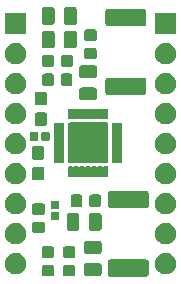
<source format=gbr>
G04 #@! TF.GenerationSoftware,KiCad,Pcbnew,(5.1.5)-3*
G04 #@! TF.CreationDate,2020-05-13T09:52:28+02:00*
G04 #@! TF.ProjectId,3D_Printer_Stepper_TMC2209,33445f50-7269-46e7-9465-725f53746570,rev?*
G04 #@! TF.SameCoordinates,Original*
G04 #@! TF.FileFunction,Soldermask,Top*
G04 #@! TF.FilePolarity,Negative*
%FSLAX46Y46*%
G04 Gerber Fmt 4.6, Leading zero omitted, Abs format (unit mm)*
G04 Created by KiCad (PCBNEW (5.1.5)-3) date 2020-05-13 09:52:28*
%MOMM*%
%LPD*%
G04 APERTURE LIST*
%ADD10C,0.100000*%
G04 APERTURE END LIST*
D10*
G36*
X33972798Y-42828247D02*
G01*
X34008367Y-42839037D01*
X34041139Y-42856554D01*
X34069869Y-42880131D01*
X34093446Y-42908861D01*
X34110963Y-42941633D01*
X34121753Y-42977202D01*
X34126000Y-43020325D01*
X34126000Y-44079675D01*
X34121753Y-44122798D01*
X34110963Y-44158367D01*
X34093446Y-44191139D01*
X34069869Y-44219869D01*
X34041139Y-44243446D01*
X34008367Y-44260963D01*
X33972798Y-44271753D01*
X33929675Y-44276000D01*
X30870325Y-44276000D01*
X30827202Y-44271753D01*
X30791633Y-44260963D01*
X30758861Y-44243446D01*
X30730131Y-44219869D01*
X30706554Y-44191139D01*
X30689037Y-44158367D01*
X30678247Y-44122798D01*
X30674000Y-44079675D01*
X30674000Y-43020325D01*
X30678247Y-42977202D01*
X30689037Y-42941633D01*
X30706554Y-42908861D01*
X30730131Y-42880131D01*
X30758861Y-42856554D01*
X30791633Y-42839037D01*
X30827202Y-42828247D01*
X30870325Y-42824000D01*
X33929675Y-42824000D01*
X33972798Y-42828247D01*
G37*
G36*
X27779591Y-43290585D02*
G01*
X27813569Y-43300893D01*
X27844890Y-43317634D01*
X27872339Y-43340161D01*
X27894866Y-43367610D01*
X27911607Y-43398931D01*
X27921915Y-43432909D01*
X27926000Y-43474390D01*
X27926000Y-44075610D01*
X27921915Y-44117091D01*
X27911607Y-44151069D01*
X27894866Y-44182390D01*
X27872339Y-44209839D01*
X27844890Y-44232366D01*
X27813569Y-44249107D01*
X27779591Y-44259415D01*
X27738110Y-44263500D01*
X27061890Y-44263500D01*
X27020409Y-44259415D01*
X26986431Y-44249107D01*
X26955110Y-44232366D01*
X26927661Y-44209839D01*
X26905134Y-44182390D01*
X26888393Y-44151069D01*
X26878085Y-44117091D01*
X26874000Y-44075610D01*
X26874000Y-43474390D01*
X26878085Y-43432909D01*
X26888393Y-43398931D01*
X26905134Y-43367610D01*
X26927661Y-43340161D01*
X26955110Y-43317634D01*
X26986431Y-43300893D01*
X27020409Y-43290585D01*
X27061890Y-43286500D01*
X27738110Y-43286500D01*
X27779591Y-43290585D01*
G37*
G36*
X25979591Y-43290585D02*
G01*
X26013569Y-43300893D01*
X26044890Y-43317634D01*
X26072339Y-43340161D01*
X26094866Y-43367610D01*
X26111607Y-43398931D01*
X26121915Y-43432909D01*
X26126000Y-43474390D01*
X26126000Y-44075610D01*
X26121915Y-44117091D01*
X26111607Y-44151069D01*
X26094866Y-44182390D01*
X26072339Y-44209839D01*
X26044890Y-44232366D01*
X26013569Y-44249107D01*
X25979591Y-44259415D01*
X25938110Y-44263500D01*
X25261890Y-44263500D01*
X25220409Y-44259415D01*
X25186431Y-44249107D01*
X25155110Y-44232366D01*
X25127661Y-44209839D01*
X25105134Y-44182390D01*
X25088393Y-44151069D01*
X25078085Y-44117091D01*
X25074000Y-44075610D01*
X25074000Y-43474390D01*
X25078085Y-43432909D01*
X25088393Y-43398931D01*
X25105134Y-43367610D01*
X25127661Y-43340161D01*
X25155110Y-43317634D01*
X25186431Y-43300893D01*
X25220409Y-43290585D01*
X25261890Y-43286500D01*
X25938110Y-43286500D01*
X25979591Y-43290585D01*
G37*
G36*
X29984468Y-43141065D02*
G01*
X30023138Y-43152796D01*
X30058777Y-43171846D01*
X30090017Y-43197483D01*
X30115654Y-43228723D01*
X30134704Y-43264362D01*
X30146435Y-43303032D01*
X30151000Y-43349388D01*
X30151000Y-44000612D01*
X30146435Y-44046968D01*
X30134704Y-44085638D01*
X30115654Y-44121277D01*
X30090017Y-44152517D01*
X30058777Y-44178154D01*
X30023138Y-44197204D01*
X29984468Y-44208935D01*
X29938112Y-44213500D01*
X28861888Y-44213500D01*
X28815532Y-44208935D01*
X28776862Y-44197204D01*
X28741223Y-44178154D01*
X28709983Y-44152517D01*
X28684346Y-44121277D01*
X28665296Y-44085638D01*
X28653565Y-44046968D01*
X28649000Y-44000612D01*
X28649000Y-43349388D01*
X28653565Y-43303032D01*
X28665296Y-43264362D01*
X28684346Y-43228723D01*
X28709983Y-43197483D01*
X28741223Y-43171846D01*
X28776862Y-43152796D01*
X28815532Y-43141065D01*
X28861888Y-43136500D01*
X29938112Y-43136500D01*
X29984468Y-43141065D01*
G37*
G36*
X35673512Y-42283927D02*
G01*
X35822812Y-42313624D01*
X35986784Y-42381544D01*
X36134354Y-42480147D01*
X36259853Y-42605646D01*
X36358456Y-42753216D01*
X36426376Y-42917188D01*
X36461000Y-43091259D01*
X36461000Y-43268741D01*
X36426376Y-43442812D01*
X36358456Y-43606784D01*
X36259853Y-43754354D01*
X36134354Y-43879853D01*
X35986784Y-43978456D01*
X35822812Y-44046376D01*
X35675839Y-44075610D01*
X35648742Y-44081000D01*
X35471258Y-44081000D01*
X35444161Y-44075610D01*
X35297188Y-44046376D01*
X35133216Y-43978456D01*
X34985646Y-43879853D01*
X34860147Y-43754354D01*
X34761544Y-43606784D01*
X34693624Y-43442812D01*
X34659000Y-43268741D01*
X34659000Y-43091259D01*
X34693624Y-42917188D01*
X34761544Y-42753216D01*
X34860147Y-42605646D01*
X34985646Y-42480147D01*
X35133216Y-42381544D01*
X35297188Y-42313624D01*
X35446488Y-42283927D01*
X35471258Y-42279000D01*
X35648742Y-42279000D01*
X35673512Y-42283927D01*
G37*
G36*
X22973512Y-42283927D02*
G01*
X23122812Y-42313624D01*
X23286784Y-42381544D01*
X23434354Y-42480147D01*
X23559853Y-42605646D01*
X23658456Y-42753216D01*
X23726376Y-42917188D01*
X23761000Y-43091259D01*
X23761000Y-43268741D01*
X23726376Y-43442812D01*
X23658456Y-43606784D01*
X23559853Y-43754354D01*
X23434354Y-43879853D01*
X23286784Y-43978456D01*
X23122812Y-44046376D01*
X22975839Y-44075610D01*
X22948742Y-44081000D01*
X22771258Y-44081000D01*
X22744161Y-44075610D01*
X22597188Y-44046376D01*
X22433216Y-43978456D01*
X22285646Y-43879853D01*
X22160147Y-43754354D01*
X22061544Y-43606784D01*
X21993624Y-43442812D01*
X21959000Y-43268741D01*
X21959000Y-43091259D01*
X21993624Y-42917188D01*
X22061544Y-42753216D01*
X22160147Y-42605646D01*
X22285646Y-42480147D01*
X22433216Y-42381544D01*
X22597188Y-42313624D01*
X22746488Y-42283927D01*
X22771258Y-42279000D01*
X22948742Y-42279000D01*
X22973512Y-42283927D01*
G37*
G36*
X27779591Y-41715585D02*
G01*
X27813569Y-41725893D01*
X27844890Y-41742634D01*
X27872339Y-41765161D01*
X27894866Y-41792610D01*
X27911607Y-41823931D01*
X27921915Y-41857909D01*
X27926000Y-41899390D01*
X27926000Y-42500610D01*
X27921915Y-42542091D01*
X27911607Y-42576069D01*
X27894866Y-42607390D01*
X27872339Y-42634839D01*
X27844890Y-42657366D01*
X27813569Y-42674107D01*
X27779591Y-42684415D01*
X27738110Y-42688500D01*
X27061890Y-42688500D01*
X27020409Y-42684415D01*
X26986431Y-42674107D01*
X26955110Y-42657366D01*
X26927661Y-42634839D01*
X26905134Y-42607390D01*
X26888393Y-42576069D01*
X26878085Y-42542091D01*
X26874000Y-42500610D01*
X26874000Y-41899390D01*
X26878085Y-41857909D01*
X26888393Y-41823931D01*
X26905134Y-41792610D01*
X26927661Y-41765161D01*
X26955110Y-41742634D01*
X26986431Y-41725893D01*
X27020409Y-41715585D01*
X27061890Y-41711500D01*
X27738110Y-41711500D01*
X27779591Y-41715585D01*
G37*
G36*
X25979591Y-41715585D02*
G01*
X26013569Y-41725893D01*
X26044890Y-41742634D01*
X26072339Y-41765161D01*
X26094866Y-41792610D01*
X26111607Y-41823931D01*
X26121915Y-41857909D01*
X26126000Y-41899390D01*
X26126000Y-42500610D01*
X26121915Y-42542091D01*
X26111607Y-42576069D01*
X26094866Y-42607390D01*
X26072339Y-42634839D01*
X26044890Y-42657366D01*
X26013569Y-42674107D01*
X25979591Y-42684415D01*
X25938110Y-42688500D01*
X25261890Y-42688500D01*
X25220409Y-42684415D01*
X25186431Y-42674107D01*
X25155110Y-42657366D01*
X25127661Y-42634839D01*
X25105134Y-42607390D01*
X25088393Y-42576069D01*
X25078085Y-42542091D01*
X25074000Y-42500610D01*
X25074000Y-41899390D01*
X25078085Y-41857909D01*
X25088393Y-41823931D01*
X25105134Y-41792610D01*
X25127661Y-41765161D01*
X25155110Y-41742634D01*
X25186431Y-41725893D01*
X25220409Y-41715585D01*
X25261890Y-41711500D01*
X25938110Y-41711500D01*
X25979591Y-41715585D01*
G37*
G36*
X29984468Y-41266065D02*
G01*
X30023138Y-41277796D01*
X30058777Y-41296846D01*
X30090017Y-41322483D01*
X30115654Y-41353723D01*
X30134704Y-41389362D01*
X30146435Y-41428032D01*
X30151000Y-41474388D01*
X30151000Y-42125612D01*
X30146435Y-42171968D01*
X30134704Y-42210638D01*
X30115654Y-42246277D01*
X30090017Y-42277517D01*
X30058777Y-42303154D01*
X30023138Y-42322204D01*
X29984468Y-42333935D01*
X29938112Y-42338500D01*
X28861888Y-42338500D01*
X28815532Y-42333935D01*
X28776862Y-42322204D01*
X28741223Y-42303154D01*
X28709983Y-42277517D01*
X28684346Y-42246277D01*
X28665296Y-42210638D01*
X28653565Y-42171968D01*
X28649000Y-42125612D01*
X28649000Y-41474388D01*
X28653565Y-41428032D01*
X28665296Y-41389362D01*
X28684346Y-41353723D01*
X28709983Y-41322483D01*
X28741223Y-41296846D01*
X28776862Y-41277796D01*
X28815532Y-41266065D01*
X28861888Y-41261500D01*
X29938112Y-41261500D01*
X29984468Y-41266065D01*
G37*
G36*
X35671018Y-39743431D02*
G01*
X35822812Y-39773624D01*
X35986784Y-39841544D01*
X36134354Y-39940147D01*
X36259853Y-40065646D01*
X36358456Y-40213216D01*
X36426376Y-40377188D01*
X36461000Y-40551259D01*
X36461000Y-40728741D01*
X36426376Y-40902812D01*
X36358456Y-41066784D01*
X36259853Y-41214354D01*
X36134354Y-41339853D01*
X35986784Y-41438456D01*
X35822812Y-41506376D01*
X35673512Y-41536073D01*
X35648742Y-41541000D01*
X35471258Y-41541000D01*
X35446488Y-41536073D01*
X35297188Y-41506376D01*
X35133216Y-41438456D01*
X34985646Y-41339853D01*
X34860147Y-41214354D01*
X34761544Y-41066784D01*
X34693624Y-40902812D01*
X34659000Y-40728741D01*
X34659000Y-40551259D01*
X34693624Y-40377188D01*
X34761544Y-40213216D01*
X34860147Y-40065646D01*
X34985646Y-39940147D01*
X35133216Y-39841544D01*
X35297188Y-39773624D01*
X35448982Y-39743431D01*
X35471258Y-39739000D01*
X35648742Y-39739000D01*
X35671018Y-39743431D01*
G37*
G36*
X22971018Y-39743431D02*
G01*
X23122812Y-39773624D01*
X23286784Y-39841544D01*
X23434354Y-39940147D01*
X23559853Y-40065646D01*
X23658456Y-40213216D01*
X23726376Y-40377188D01*
X23761000Y-40551259D01*
X23761000Y-40728741D01*
X23726376Y-40902812D01*
X23658456Y-41066784D01*
X23559853Y-41214354D01*
X23434354Y-41339853D01*
X23286784Y-41438456D01*
X23122812Y-41506376D01*
X22973512Y-41536073D01*
X22948742Y-41541000D01*
X22771258Y-41541000D01*
X22746488Y-41536073D01*
X22597188Y-41506376D01*
X22433216Y-41438456D01*
X22285646Y-41339853D01*
X22160147Y-41214354D01*
X22061544Y-41066784D01*
X21993624Y-40902812D01*
X21959000Y-40728741D01*
X21959000Y-40551259D01*
X21993624Y-40377188D01*
X22061544Y-40213216D01*
X22160147Y-40065646D01*
X22285646Y-39940147D01*
X22433216Y-39841544D01*
X22597188Y-39773624D01*
X22748982Y-39743431D01*
X22771258Y-39739000D01*
X22948742Y-39739000D01*
X22971018Y-39743431D01*
G37*
G36*
X25179591Y-39635085D02*
G01*
X25213569Y-39645393D01*
X25244890Y-39662134D01*
X25272339Y-39684661D01*
X25294866Y-39712110D01*
X25311607Y-39743431D01*
X25321915Y-39777409D01*
X25326000Y-39818890D01*
X25326000Y-40420110D01*
X25321915Y-40461591D01*
X25311607Y-40495569D01*
X25294866Y-40526890D01*
X25272339Y-40554339D01*
X25244890Y-40576866D01*
X25213569Y-40593607D01*
X25179591Y-40603915D01*
X25138110Y-40608000D01*
X24461890Y-40608000D01*
X24420409Y-40603915D01*
X24386431Y-40593607D01*
X24355110Y-40576866D01*
X24327661Y-40554339D01*
X24305134Y-40526890D01*
X24288393Y-40495569D01*
X24278085Y-40461591D01*
X24274000Y-40420110D01*
X24274000Y-39818890D01*
X24278085Y-39777409D01*
X24288393Y-39743431D01*
X24305134Y-39712110D01*
X24327661Y-39684661D01*
X24355110Y-39662134D01*
X24386431Y-39645393D01*
X24420409Y-39635085D01*
X24461890Y-39631000D01*
X25138110Y-39631000D01*
X25179591Y-39635085D01*
G37*
G36*
X29971968Y-38877565D02*
G01*
X30010638Y-38889296D01*
X30046277Y-38908346D01*
X30077517Y-38933983D01*
X30103154Y-38965223D01*
X30122204Y-39000862D01*
X30133935Y-39039532D01*
X30138500Y-39085888D01*
X30138500Y-40162112D01*
X30133935Y-40208468D01*
X30122204Y-40247138D01*
X30103154Y-40282777D01*
X30077517Y-40314017D01*
X30046277Y-40339654D01*
X30010638Y-40358704D01*
X29971968Y-40370435D01*
X29925612Y-40375000D01*
X29274388Y-40375000D01*
X29228032Y-40370435D01*
X29189362Y-40358704D01*
X29153723Y-40339654D01*
X29122483Y-40314017D01*
X29096846Y-40282777D01*
X29077796Y-40247138D01*
X29066065Y-40208468D01*
X29061500Y-40162112D01*
X29061500Y-39085888D01*
X29066065Y-39039532D01*
X29077796Y-39000862D01*
X29096846Y-38965223D01*
X29122483Y-38933983D01*
X29153723Y-38908346D01*
X29189362Y-38889296D01*
X29228032Y-38877565D01*
X29274388Y-38873000D01*
X29925612Y-38873000D01*
X29971968Y-38877565D01*
G37*
G36*
X28096968Y-38877565D02*
G01*
X28135638Y-38889296D01*
X28171277Y-38908346D01*
X28202517Y-38933983D01*
X28228154Y-38965223D01*
X28247204Y-39000862D01*
X28258935Y-39039532D01*
X28263500Y-39085888D01*
X28263500Y-40162112D01*
X28258935Y-40208468D01*
X28247204Y-40247138D01*
X28228154Y-40282777D01*
X28202517Y-40314017D01*
X28171277Y-40339654D01*
X28135638Y-40358704D01*
X28096968Y-40370435D01*
X28050612Y-40375000D01*
X27399388Y-40375000D01*
X27353032Y-40370435D01*
X27314362Y-40358704D01*
X27278723Y-40339654D01*
X27247483Y-40314017D01*
X27221846Y-40282777D01*
X27202796Y-40247138D01*
X27191065Y-40208468D01*
X27186500Y-40162112D01*
X27186500Y-39085888D01*
X27191065Y-39039532D01*
X27202796Y-39000862D01*
X27221846Y-38965223D01*
X27247483Y-38933983D01*
X27278723Y-38908346D01*
X27314362Y-38889296D01*
X27353032Y-38877565D01*
X27399388Y-38873000D01*
X28050612Y-38873000D01*
X28096968Y-38877565D01*
G37*
G36*
X26481938Y-38826716D02*
G01*
X26502557Y-38832971D01*
X26521553Y-38843124D01*
X26538208Y-38856792D01*
X26551876Y-38873447D01*
X26562029Y-38892443D01*
X26568284Y-38913062D01*
X26571000Y-38940640D01*
X26571000Y-39399360D01*
X26568284Y-39426938D01*
X26562029Y-39447557D01*
X26551876Y-39466553D01*
X26538208Y-39483208D01*
X26521553Y-39496876D01*
X26502557Y-39507029D01*
X26481938Y-39513284D01*
X26454360Y-39516000D01*
X25945640Y-39516000D01*
X25918062Y-39513284D01*
X25897443Y-39507029D01*
X25878447Y-39496876D01*
X25861792Y-39483208D01*
X25848124Y-39466553D01*
X25837971Y-39447557D01*
X25831716Y-39426938D01*
X25829000Y-39399360D01*
X25829000Y-38940640D01*
X25831716Y-38913062D01*
X25837971Y-38892443D01*
X25848124Y-38873447D01*
X25861792Y-38856792D01*
X25878447Y-38843124D01*
X25897443Y-38832971D01*
X25918062Y-38826716D01*
X25945640Y-38824000D01*
X26454360Y-38824000D01*
X26481938Y-38826716D01*
G37*
G36*
X25179591Y-38060085D02*
G01*
X25213569Y-38070393D01*
X25244890Y-38087134D01*
X25272339Y-38109661D01*
X25294866Y-38137110D01*
X25311607Y-38168431D01*
X25321915Y-38202409D01*
X25326000Y-38243890D01*
X25326000Y-38845110D01*
X25321915Y-38886591D01*
X25311607Y-38920569D01*
X25294866Y-38951890D01*
X25272339Y-38979339D01*
X25244890Y-39001866D01*
X25213569Y-39018607D01*
X25179591Y-39028915D01*
X25138110Y-39033000D01*
X24461890Y-39033000D01*
X24420409Y-39028915D01*
X24386431Y-39018607D01*
X24355110Y-39001866D01*
X24327661Y-38979339D01*
X24305134Y-38951890D01*
X24288393Y-38920569D01*
X24278085Y-38886591D01*
X24274000Y-38845110D01*
X24274000Y-38243890D01*
X24278085Y-38202409D01*
X24288393Y-38168431D01*
X24305134Y-38137110D01*
X24327661Y-38109661D01*
X24355110Y-38087134D01*
X24386431Y-38070393D01*
X24420409Y-38060085D01*
X24461890Y-38056000D01*
X25138110Y-38056000D01*
X25179591Y-38060085D01*
G37*
G36*
X22973512Y-37203927D02*
G01*
X23122812Y-37233624D01*
X23286784Y-37301544D01*
X23434354Y-37400147D01*
X23559853Y-37525646D01*
X23658456Y-37673216D01*
X23726376Y-37837188D01*
X23761000Y-38011259D01*
X23761000Y-38188741D01*
X23726376Y-38362812D01*
X23658456Y-38526784D01*
X23559853Y-38674354D01*
X23434354Y-38799853D01*
X23286784Y-38898456D01*
X23122812Y-38966376D01*
X22973512Y-38996073D01*
X22948742Y-39001000D01*
X22771258Y-39001000D01*
X22746488Y-38996073D01*
X22597188Y-38966376D01*
X22433216Y-38898456D01*
X22285646Y-38799853D01*
X22160147Y-38674354D01*
X22061544Y-38526784D01*
X21993624Y-38362812D01*
X21959000Y-38188741D01*
X21959000Y-38011259D01*
X21993624Y-37837188D01*
X22061544Y-37673216D01*
X22160147Y-37525646D01*
X22285646Y-37400147D01*
X22433216Y-37301544D01*
X22597188Y-37233624D01*
X22746488Y-37203927D01*
X22771258Y-37199000D01*
X22948742Y-37199000D01*
X22973512Y-37203927D01*
G37*
G36*
X35673512Y-37203927D02*
G01*
X35822812Y-37233624D01*
X35986784Y-37301544D01*
X36134354Y-37400147D01*
X36259853Y-37525646D01*
X36358456Y-37673216D01*
X36426376Y-37837188D01*
X36461000Y-38011259D01*
X36461000Y-38188741D01*
X36426376Y-38362812D01*
X36358456Y-38526784D01*
X36259853Y-38674354D01*
X36134354Y-38799853D01*
X35986784Y-38898456D01*
X35822812Y-38966376D01*
X35673512Y-38996073D01*
X35648742Y-39001000D01*
X35471258Y-39001000D01*
X35446488Y-38996073D01*
X35297188Y-38966376D01*
X35133216Y-38898456D01*
X34985646Y-38799853D01*
X34860147Y-38674354D01*
X34761544Y-38526784D01*
X34693624Y-38362812D01*
X34659000Y-38188741D01*
X34659000Y-38011259D01*
X34693624Y-37837188D01*
X34761544Y-37673216D01*
X34860147Y-37525646D01*
X34985646Y-37400147D01*
X35133216Y-37301544D01*
X35297188Y-37233624D01*
X35446488Y-37203927D01*
X35471258Y-37199000D01*
X35648742Y-37199000D01*
X35673512Y-37203927D01*
G37*
G36*
X26481938Y-37856716D02*
G01*
X26502557Y-37862971D01*
X26521553Y-37873124D01*
X26538208Y-37886792D01*
X26551876Y-37903447D01*
X26562029Y-37922443D01*
X26568284Y-37943062D01*
X26571000Y-37970640D01*
X26571000Y-38429360D01*
X26568284Y-38456938D01*
X26562029Y-38477557D01*
X26551876Y-38496553D01*
X26538208Y-38513208D01*
X26521553Y-38526876D01*
X26502557Y-38537029D01*
X26481938Y-38543284D01*
X26454360Y-38546000D01*
X25945640Y-38546000D01*
X25918062Y-38543284D01*
X25897443Y-38537029D01*
X25878447Y-38526876D01*
X25861792Y-38513208D01*
X25848124Y-38496553D01*
X25837971Y-38477557D01*
X25831716Y-38456938D01*
X25829000Y-38429360D01*
X25829000Y-37970640D01*
X25831716Y-37943062D01*
X25837971Y-37922443D01*
X25848124Y-37903447D01*
X25861792Y-37886792D01*
X25878447Y-37873124D01*
X25897443Y-37862971D01*
X25918062Y-37856716D01*
X25945640Y-37854000D01*
X26454360Y-37854000D01*
X26481938Y-37856716D01*
G37*
G36*
X33972798Y-37028247D02*
G01*
X34008367Y-37039037D01*
X34041139Y-37056554D01*
X34069869Y-37080131D01*
X34093446Y-37108861D01*
X34110963Y-37141633D01*
X34121753Y-37177202D01*
X34126000Y-37220325D01*
X34126000Y-38279675D01*
X34121753Y-38322798D01*
X34110963Y-38358367D01*
X34093446Y-38391139D01*
X34069869Y-38419869D01*
X34041139Y-38443446D01*
X34008367Y-38460963D01*
X33972798Y-38471753D01*
X33929675Y-38476000D01*
X30870325Y-38476000D01*
X30827202Y-38471753D01*
X30791633Y-38460963D01*
X30758861Y-38443446D01*
X30730131Y-38419869D01*
X30706554Y-38391139D01*
X30689037Y-38358367D01*
X30678247Y-38322798D01*
X30674000Y-38279675D01*
X30674000Y-37220325D01*
X30678247Y-37177202D01*
X30689037Y-37141633D01*
X30706554Y-37108861D01*
X30730131Y-37080131D01*
X30758861Y-37056554D01*
X30791633Y-37039037D01*
X30827202Y-37028247D01*
X30870325Y-37024000D01*
X33929675Y-37024000D01*
X33972798Y-37028247D01*
G37*
G36*
X29942091Y-37324085D02*
G01*
X29976069Y-37334393D01*
X30007390Y-37351134D01*
X30034839Y-37373661D01*
X30057366Y-37401110D01*
X30074107Y-37432431D01*
X30084415Y-37466409D01*
X30088500Y-37507890D01*
X30088500Y-38184110D01*
X30084415Y-38225591D01*
X30074107Y-38259569D01*
X30057366Y-38290890D01*
X30034839Y-38318339D01*
X30007390Y-38340866D01*
X29976069Y-38357607D01*
X29942091Y-38367915D01*
X29900610Y-38372000D01*
X29299390Y-38372000D01*
X29257909Y-38367915D01*
X29223931Y-38357607D01*
X29192610Y-38340866D01*
X29165161Y-38318339D01*
X29142634Y-38290890D01*
X29125893Y-38259569D01*
X29115585Y-38225591D01*
X29111500Y-38184110D01*
X29111500Y-37507890D01*
X29115585Y-37466409D01*
X29125893Y-37432431D01*
X29142634Y-37401110D01*
X29165161Y-37373661D01*
X29192610Y-37351134D01*
X29223931Y-37334393D01*
X29257909Y-37324085D01*
X29299390Y-37320000D01*
X29900610Y-37320000D01*
X29942091Y-37324085D01*
G37*
G36*
X28367091Y-37324085D02*
G01*
X28401069Y-37334393D01*
X28432390Y-37351134D01*
X28459839Y-37373661D01*
X28482366Y-37401110D01*
X28499107Y-37432431D01*
X28509415Y-37466409D01*
X28513500Y-37507890D01*
X28513500Y-38184110D01*
X28509415Y-38225591D01*
X28499107Y-38259569D01*
X28482366Y-38290890D01*
X28459839Y-38318339D01*
X28432390Y-38340866D01*
X28401069Y-38357607D01*
X28367091Y-38367915D01*
X28325610Y-38372000D01*
X27724390Y-38372000D01*
X27682909Y-38367915D01*
X27648931Y-38357607D01*
X27617610Y-38340866D01*
X27590161Y-38318339D01*
X27567634Y-38290890D01*
X27550893Y-38259569D01*
X27540585Y-38225591D01*
X27536500Y-38184110D01*
X27536500Y-37507890D01*
X27540585Y-37466409D01*
X27550893Y-37432431D01*
X27567634Y-37401110D01*
X27590161Y-37373661D01*
X27617610Y-37351134D01*
X27648931Y-37334393D01*
X27682909Y-37324085D01*
X27724390Y-37320000D01*
X28325610Y-37320000D01*
X28367091Y-37324085D01*
G37*
G36*
X35673512Y-34663927D02*
G01*
X35822812Y-34693624D01*
X35986784Y-34761544D01*
X36134354Y-34860147D01*
X36259853Y-34985646D01*
X36358456Y-35133216D01*
X36426376Y-35297188D01*
X36461000Y-35471259D01*
X36461000Y-35648741D01*
X36426376Y-35822812D01*
X36358456Y-35986784D01*
X36259853Y-36134354D01*
X36134354Y-36259853D01*
X35986784Y-36358456D01*
X35822812Y-36426376D01*
X35673512Y-36456073D01*
X35648742Y-36461000D01*
X35471258Y-36461000D01*
X35446488Y-36456073D01*
X35297188Y-36426376D01*
X35133216Y-36358456D01*
X34985646Y-36259853D01*
X34860147Y-36134354D01*
X34761544Y-35986784D01*
X34693624Y-35822812D01*
X34659000Y-35648741D01*
X34659000Y-35471259D01*
X34693624Y-35297188D01*
X34761544Y-35133216D01*
X34860147Y-34985646D01*
X34985646Y-34860147D01*
X35133216Y-34761544D01*
X35297188Y-34693624D01*
X35446488Y-34663927D01*
X35471258Y-34659000D01*
X35648742Y-34659000D01*
X35673512Y-34663927D01*
G37*
G36*
X22973512Y-34663927D02*
G01*
X23122812Y-34693624D01*
X23286784Y-34761544D01*
X23434354Y-34860147D01*
X23559853Y-34985646D01*
X23658456Y-35133216D01*
X23726376Y-35297188D01*
X23761000Y-35471259D01*
X23761000Y-35648741D01*
X23726376Y-35822812D01*
X23658456Y-35986784D01*
X23559853Y-36134354D01*
X23434354Y-36259853D01*
X23286784Y-36358456D01*
X23122812Y-36426376D01*
X22973512Y-36456073D01*
X22948742Y-36461000D01*
X22771258Y-36461000D01*
X22746488Y-36456073D01*
X22597188Y-36426376D01*
X22433216Y-36358456D01*
X22285646Y-36259853D01*
X22160147Y-36134354D01*
X22061544Y-35986784D01*
X21993624Y-35822812D01*
X21959000Y-35648741D01*
X21959000Y-35471259D01*
X21993624Y-35297188D01*
X22061544Y-35133216D01*
X22160147Y-34985646D01*
X22285646Y-34860147D01*
X22433216Y-34761544D01*
X22597188Y-34693624D01*
X22746488Y-34663927D01*
X22771258Y-34659000D01*
X22948742Y-34659000D01*
X22973512Y-34663927D01*
G37*
G36*
X25129499Y-34978445D02*
G01*
X25166995Y-34989820D01*
X25201554Y-35008292D01*
X25231847Y-35033153D01*
X25256708Y-35063446D01*
X25275180Y-35098005D01*
X25286555Y-35135501D01*
X25291000Y-35180638D01*
X25291000Y-35919362D01*
X25286555Y-35964499D01*
X25275180Y-36001995D01*
X25256708Y-36036554D01*
X25231847Y-36066847D01*
X25201554Y-36091708D01*
X25166995Y-36110180D01*
X25129499Y-36121555D01*
X25084362Y-36126000D01*
X24445638Y-36126000D01*
X24400501Y-36121555D01*
X24363005Y-36110180D01*
X24328446Y-36091708D01*
X24298153Y-36066847D01*
X24273292Y-36036554D01*
X24254820Y-36001995D01*
X24243445Y-35964499D01*
X24239000Y-35919362D01*
X24239000Y-35180638D01*
X24243445Y-35135501D01*
X24254820Y-35098005D01*
X24273292Y-35063446D01*
X24298153Y-35033153D01*
X24328446Y-35008292D01*
X24363005Y-34989820D01*
X24400501Y-34978445D01*
X24445638Y-34974000D01*
X25084362Y-34974000D01*
X25129499Y-34978445D01*
G37*
G36*
X27655355Y-34950083D02*
G01*
X27660029Y-34951501D01*
X27664330Y-34953800D01*
X27670702Y-34959029D01*
X27691076Y-34972643D01*
X27713715Y-34982020D01*
X27737749Y-34986800D01*
X27762253Y-34986800D01*
X27786286Y-34982019D01*
X27808925Y-34972642D01*
X27829298Y-34959029D01*
X27835670Y-34953800D01*
X27839971Y-34951501D01*
X27844645Y-34950083D01*
X27855641Y-34949000D01*
X28144359Y-34949000D01*
X28155355Y-34950083D01*
X28160029Y-34951501D01*
X28164330Y-34953800D01*
X28170702Y-34959029D01*
X28191076Y-34972643D01*
X28213715Y-34982020D01*
X28237749Y-34986800D01*
X28262253Y-34986800D01*
X28286286Y-34982019D01*
X28308925Y-34972642D01*
X28329298Y-34959029D01*
X28335670Y-34953800D01*
X28339971Y-34951501D01*
X28344645Y-34950083D01*
X28355641Y-34949000D01*
X28644359Y-34949000D01*
X28655355Y-34950083D01*
X28660029Y-34951501D01*
X28664330Y-34953800D01*
X28670702Y-34959029D01*
X28691076Y-34972643D01*
X28713715Y-34982020D01*
X28737749Y-34986800D01*
X28762253Y-34986800D01*
X28786286Y-34982019D01*
X28808925Y-34972642D01*
X28829298Y-34959029D01*
X28835670Y-34953800D01*
X28839971Y-34951501D01*
X28844645Y-34950083D01*
X28855641Y-34949000D01*
X29144359Y-34949000D01*
X29155355Y-34950083D01*
X29160029Y-34951501D01*
X29164330Y-34953800D01*
X29170702Y-34959029D01*
X29191076Y-34972643D01*
X29213715Y-34982020D01*
X29237749Y-34986800D01*
X29262253Y-34986800D01*
X29286286Y-34982019D01*
X29308925Y-34972642D01*
X29329298Y-34959029D01*
X29335670Y-34953800D01*
X29339971Y-34951501D01*
X29344645Y-34950083D01*
X29355641Y-34949000D01*
X29644359Y-34949000D01*
X29655355Y-34950083D01*
X29660029Y-34951501D01*
X29664330Y-34953800D01*
X29670702Y-34959029D01*
X29691076Y-34972643D01*
X29713715Y-34982020D01*
X29737749Y-34986800D01*
X29762253Y-34986800D01*
X29786286Y-34982019D01*
X29808925Y-34972642D01*
X29829298Y-34959029D01*
X29835670Y-34953800D01*
X29839971Y-34951501D01*
X29844645Y-34950083D01*
X29855641Y-34949000D01*
X30144359Y-34949000D01*
X30155355Y-34950083D01*
X30160029Y-34951501D01*
X30164330Y-34953800D01*
X30170702Y-34959029D01*
X30191076Y-34972643D01*
X30213715Y-34982020D01*
X30237749Y-34986800D01*
X30262253Y-34986800D01*
X30286286Y-34982019D01*
X30308925Y-34972642D01*
X30329298Y-34959029D01*
X30335670Y-34953800D01*
X30339971Y-34951501D01*
X30344645Y-34950083D01*
X30355641Y-34949000D01*
X30644359Y-34949000D01*
X30655355Y-34950083D01*
X30660029Y-34951501D01*
X30664331Y-34953800D01*
X30668104Y-34956896D01*
X30671200Y-34960669D01*
X30673499Y-34964971D01*
X30674917Y-34969645D01*
X30676000Y-34980641D01*
X30676000Y-35819359D01*
X30674917Y-35830355D01*
X30673499Y-35835029D01*
X30671200Y-35839331D01*
X30668104Y-35843104D01*
X30664331Y-35846200D01*
X30660029Y-35848499D01*
X30655355Y-35849917D01*
X30644359Y-35851000D01*
X30355641Y-35851000D01*
X30344645Y-35849917D01*
X30339971Y-35848499D01*
X30335670Y-35846200D01*
X30329298Y-35840971D01*
X30308924Y-35827357D01*
X30286285Y-35817980D01*
X30262251Y-35813200D01*
X30237747Y-35813200D01*
X30213714Y-35817981D01*
X30191075Y-35827358D01*
X30170702Y-35840971D01*
X30164330Y-35846200D01*
X30160029Y-35848499D01*
X30155355Y-35849917D01*
X30144359Y-35851000D01*
X29855641Y-35851000D01*
X29844645Y-35849917D01*
X29839971Y-35848499D01*
X29835670Y-35846200D01*
X29829298Y-35840971D01*
X29808924Y-35827357D01*
X29786285Y-35817980D01*
X29762251Y-35813200D01*
X29737747Y-35813200D01*
X29713714Y-35817981D01*
X29691075Y-35827358D01*
X29670702Y-35840971D01*
X29664330Y-35846200D01*
X29660029Y-35848499D01*
X29655355Y-35849917D01*
X29644359Y-35851000D01*
X29355641Y-35851000D01*
X29344645Y-35849917D01*
X29339971Y-35848499D01*
X29335670Y-35846200D01*
X29329298Y-35840971D01*
X29308924Y-35827357D01*
X29286285Y-35817980D01*
X29262251Y-35813200D01*
X29237747Y-35813200D01*
X29213714Y-35817981D01*
X29191075Y-35827358D01*
X29170702Y-35840971D01*
X29164330Y-35846200D01*
X29160029Y-35848499D01*
X29155355Y-35849917D01*
X29144359Y-35851000D01*
X28855641Y-35851000D01*
X28844645Y-35849917D01*
X28839971Y-35848499D01*
X28835670Y-35846200D01*
X28829298Y-35840971D01*
X28808924Y-35827357D01*
X28786285Y-35817980D01*
X28762251Y-35813200D01*
X28737747Y-35813200D01*
X28713714Y-35817981D01*
X28691075Y-35827358D01*
X28670702Y-35840971D01*
X28664330Y-35846200D01*
X28660029Y-35848499D01*
X28655355Y-35849917D01*
X28644359Y-35851000D01*
X28355641Y-35851000D01*
X28344645Y-35849917D01*
X28339971Y-35848499D01*
X28335670Y-35846200D01*
X28329298Y-35840971D01*
X28308924Y-35827357D01*
X28286285Y-35817980D01*
X28262251Y-35813200D01*
X28237747Y-35813200D01*
X28213714Y-35817981D01*
X28191075Y-35827358D01*
X28170702Y-35840971D01*
X28164330Y-35846200D01*
X28160029Y-35848499D01*
X28155355Y-35849917D01*
X28144359Y-35851000D01*
X27855641Y-35851000D01*
X27844645Y-35849917D01*
X27839971Y-35848499D01*
X27835670Y-35846200D01*
X27829298Y-35840971D01*
X27808924Y-35827357D01*
X27786285Y-35817980D01*
X27762251Y-35813200D01*
X27737747Y-35813200D01*
X27713714Y-35817981D01*
X27691075Y-35827358D01*
X27670702Y-35840971D01*
X27664330Y-35846200D01*
X27660029Y-35848499D01*
X27655355Y-35849917D01*
X27644359Y-35851000D01*
X27355641Y-35851000D01*
X27344645Y-35849917D01*
X27339971Y-35848499D01*
X27335669Y-35846200D01*
X27331896Y-35843104D01*
X27328800Y-35839331D01*
X27326501Y-35835029D01*
X27325083Y-35830355D01*
X27324000Y-35819359D01*
X27324000Y-34980641D01*
X27325083Y-34969645D01*
X27326501Y-34964971D01*
X27328800Y-34960669D01*
X27331896Y-34956896D01*
X27335669Y-34953800D01*
X27339971Y-34951501D01*
X27344645Y-34950083D01*
X27355641Y-34949000D01*
X27644359Y-34949000D01*
X27655355Y-34950083D01*
G37*
G36*
X30604124Y-31227499D02*
G01*
X30632387Y-31236073D01*
X30658434Y-31249996D01*
X30681267Y-31268733D01*
X30700004Y-31291566D01*
X30713927Y-31317613D01*
X30722501Y-31345876D01*
X30726000Y-31381408D01*
X30726000Y-34518592D01*
X30722501Y-34554124D01*
X30713927Y-34582387D01*
X30700004Y-34608434D01*
X30681267Y-34631267D01*
X30658434Y-34650004D01*
X30632387Y-34663927D01*
X30604124Y-34672501D01*
X30568592Y-34676000D01*
X27431408Y-34676000D01*
X27395876Y-34672501D01*
X27367613Y-34663927D01*
X27341566Y-34650004D01*
X27318733Y-34631267D01*
X27299996Y-34608434D01*
X27286073Y-34582387D01*
X27277499Y-34554124D01*
X27274000Y-34518592D01*
X27274000Y-31381408D01*
X27277499Y-31345876D01*
X27286073Y-31317613D01*
X27299996Y-31291566D01*
X27318733Y-31268733D01*
X27341566Y-31249996D01*
X27367613Y-31236073D01*
X27395876Y-31227499D01*
X27431408Y-31224000D01*
X30568592Y-31224000D01*
X30604124Y-31227499D01*
G37*
G36*
X26980355Y-31275083D02*
G01*
X26985029Y-31276501D01*
X26989331Y-31278800D01*
X26993104Y-31281896D01*
X26996200Y-31285669D01*
X26998499Y-31289971D01*
X26999917Y-31294645D01*
X27001000Y-31305641D01*
X27001000Y-31594359D01*
X26999917Y-31605355D01*
X26998499Y-31610029D01*
X26996200Y-31614330D01*
X26990971Y-31620702D01*
X26977357Y-31641076D01*
X26967980Y-31663715D01*
X26963200Y-31687749D01*
X26963200Y-31712253D01*
X26967981Y-31736286D01*
X26977358Y-31758925D01*
X26990971Y-31779298D01*
X26996200Y-31785670D01*
X26998499Y-31789971D01*
X26999917Y-31794645D01*
X27001000Y-31805641D01*
X27001000Y-32094359D01*
X26999917Y-32105355D01*
X26998499Y-32110029D01*
X26996200Y-32114330D01*
X26990971Y-32120702D01*
X26977357Y-32141076D01*
X26967980Y-32163715D01*
X26963200Y-32187749D01*
X26963200Y-32212253D01*
X26967981Y-32236286D01*
X26977358Y-32258925D01*
X26990971Y-32279298D01*
X26996200Y-32285670D01*
X26998499Y-32289971D01*
X26999917Y-32294645D01*
X27001000Y-32305641D01*
X27001000Y-32594359D01*
X26999917Y-32605355D01*
X26998499Y-32610029D01*
X26996200Y-32614330D01*
X26990971Y-32620702D01*
X26977357Y-32641076D01*
X26967980Y-32663715D01*
X26963200Y-32687749D01*
X26963200Y-32712253D01*
X26967981Y-32736286D01*
X26977358Y-32758925D01*
X26990971Y-32779298D01*
X26996200Y-32785670D01*
X26998499Y-32789971D01*
X26999917Y-32794645D01*
X27001000Y-32805641D01*
X27001000Y-33094359D01*
X26999917Y-33105355D01*
X26998499Y-33110029D01*
X26996200Y-33114330D01*
X26990971Y-33120702D01*
X26977357Y-33141076D01*
X26967980Y-33163715D01*
X26963200Y-33187749D01*
X26963200Y-33212253D01*
X26967981Y-33236286D01*
X26977358Y-33258925D01*
X26990971Y-33279298D01*
X26996200Y-33285670D01*
X26998499Y-33289971D01*
X26999917Y-33294645D01*
X27001000Y-33305641D01*
X27001000Y-33594359D01*
X26999917Y-33605355D01*
X26998499Y-33610029D01*
X26996200Y-33614330D01*
X26990971Y-33620702D01*
X26977357Y-33641076D01*
X26967980Y-33663715D01*
X26963200Y-33687749D01*
X26963200Y-33712253D01*
X26967981Y-33736286D01*
X26977358Y-33758925D01*
X26990971Y-33779298D01*
X26996200Y-33785670D01*
X26998499Y-33789971D01*
X26999917Y-33794645D01*
X27001000Y-33805641D01*
X27001000Y-34094359D01*
X26999917Y-34105355D01*
X26998499Y-34110029D01*
X26996200Y-34114330D01*
X26990971Y-34120702D01*
X26977357Y-34141076D01*
X26967980Y-34163715D01*
X26963200Y-34187749D01*
X26963200Y-34212253D01*
X26967981Y-34236286D01*
X26977358Y-34258925D01*
X26990971Y-34279298D01*
X26996200Y-34285670D01*
X26998499Y-34289971D01*
X26999917Y-34294645D01*
X27001000Y-34305641D01*
X27001000Y-34594359D01*
X26999917Y-34605355D01*
X26998499Y-34610029D01*
X26996200Y-34614331D01*
X26993104Y-34618104D01*
X26989331Y-34621200D01*
X26985029Y-34623499D01*
X26980355Y-34624917D01*
X26969359Y-34626000D01*
X26130641Y-34626000D01*
X26119645Y-34624917D01*
X26114971Y-34623499D01*
X26110669Y-34621200D01*
X26106896Y-34618104D01*
X26103800Y-34614331D01*
X26101501Y-34610029D01*
X26100083Y-34605355D01*
X26099000Y-34594359D01*
X26099000Y-34305641D01*
X26100083Y-34294645D01*
X26101501Y-34289971D01*
X26103800Y-34285670D01*
X26109029Y-34279298D01*
X26122643Y-34258924D01*
X26132020Y-34236285D01*
X26136800Y-34212251D01*
X26136800Y-34187747D01*
X26132019Y-34163714D01*
X26122642Y-34141075D01*
X26109029Y-34120702D01*
X26103800Y-34114330D01*
X26101501Y-34110029D01*
X26100083Y-34105355D01*
X26099000Y-34094359D01*
X26099000Y-33805641D01*
X26100083Y-33794645D01*
X26101501Y-33789971D01*
X26103800Y-33785670D01*
X26109029Y-33779298D01*
X26122643Y-33758924D01*
X26132020Y-33736285D01*
X26136800Y-33712251D01*
X26136800Y-33687747D01*
X26132019Y-33663714D01*
X26122642Y-33641075D01*
X26109029Y-33620702D01*
X26103800Y-33614330D01*
X26101501Y-33610029D01*
X26100083Y-33605355D01*
X26099000Y-33594359D01*
X26099000Y-33305641D01*
X26100083Y-33294645D01*
X26101501Y-33289971D01*
X26103800Y-33285670D01*
X26109029Y-33279298D01*
X26122643Y-33258924D01*
X26132020Y-33236285D01*
X26136800Y-33212251D01*
X26136800Y-33187747D01*
X26132019Y-33163714D01*
X26122642Y-33141075D01*
X26109029Y-33120702D01*
X26103800Y-33114330D01*
X26101501Y-33110029D01*
X26100083Y-33105355D01*
X26099000Y-33094359D01*
X26099000Y-32805641D01*
X26100083Y-32794645D01*
X26101501Y-32789971D01*
X26103800Y-32785670D01*
X26109029Y-32779298D01*
X26122643Y-32758924D01*
X26132020Y-32736285D01*
X26136800Y-32712251D01*
X26136800Y-32687747D01*
X26132019Y-32663714D01*
X26122642Y-32641075D01*
X26109029Y-32620702D01*
X26103800Y-32614330D01*
X26101501Y-32610029D01*
X26100083Y-32605355D01*
X26099000Y-32594359D01*
X26099000Y-32305641D01*
X26100083Y-32294645D01*
X26101501Y-32289971D01*
X26103800Y-32285670D01*
X26109029Y-32279298D01*
X26122643Y-32258924D01*
X26132020Y-32236285D01*
X26136800Y-32212251D01*
X26136800Y-32187747D01*
X26132019Y-32163714D01*
X26122642Y-32141075D01*
X26109029Y-32120702D01*
X26103800Y-32114330D01*
X26101501Y-32110029D01*
X26100083Y-32105355D01*
X26099000Y-32094359D01*
X26099000Y-31805641D01*
X26100083Y-31794645D01*
X26101501Y-31789971D01*
X26103800Y-31785670D01*
X26109029Y-31779298D01*
X26122643Y-31758924D01*
X26132020Y-31736285D01*
X26136800Y-31712251D01*
X26136800Y-31687747D01*
X26132019Y-31663714D01*
X26122642Y-31641075D01*
X26109029Y-31620702D01*
X26103800Y-31614330D01*
X26101501Y-31610029D01*
X26100083Y-31605355D01*
X26099000Y-31594359D01*
X26099000Y-31305641D01*
X26100083Y-31294645D01*
X26101501Y-31289971D01*
X26103800Y-31285669D01*
X26106896Y-31281896D01*
X26110669Y-31278800D01*
X26114971Y-31276501D01*
X26119645Y-31275083D01*
X26130641Y-31274000D01*
X26969359Y-31274000D01*
X26980355Y-31275083D01*
G37*
G36*
X31880355Y-31275083D02*
G01*
X31885029Y-31276501D01*
X31889331Y-31278800D01*
X31893104Y-31281896D01*
X31896200Y-31285669D01*
X31898499Y-31289971D01*
X31899917Y-31294645D01*
X31901000Y-31305641D01*
X31901000Y-31594359D01*
X31899917Y-31605355D01*
X31898499Y-31610029D01*
X31896200Y-31614330D01*
X31890971Y-31620702D01*
X31877357Y-31641076D01*
X31867980Y-31663715D01*
X31863200Y-31687749D01*
X31863200Y-31712253D01*
X31867981Y-31736286D01*
X31877358Y-31758925D01*
X31890971Y-31779298D01*
X31896200Y-31785670D01*
X31898499Y-31789971D01*
X31899917Y-31794645D01*
X31901000Y-31805641D01*
X31901000Y-32094359D01*
X31899917Y-32105355D01*
X31898499Y-32110029D01*
X31896200Y-32114330D01*
X31890971Y-32120702D01*
X31877357Y-32141076D01*
X31867980Y-32163715D01*
X31863200Y-32187749D01*
X31863200Y-32212253D01*
X31867981Y-32236286D01*
X31877358Y-32258925D01*
X31890971Y-32279298D01*
X31896200Y-32285670D01*
X31898499Y-32289971D01*
X31899917Y-32294645D01*
X31901000Y-32305641D01*
X31901000Y-32594359D01*
X31899917Y-32605355D01*
X31898499Y-32610029D01*
X31896200Y-32614330D01*
X31890971Y-32620702D01*
X31877357Y-32641076D01*
X31867980Y-32663715D01*
X31863200Y-32687749D01*
X31863200Y-32712253D01*
X31867981Y-32736286D01*
X31877358Y-32758925D01*
X31890971Y-32779298D01*
X31896200Y-32785670D01*
X31898499Y-32789971D01*
X31899917Y-32794645D01*
X31901000Y-32805641D01*
X31901000Y-33094359D01*
X31899917Y-33105355D01*
X31898499Y-33110029D01*
X31896200Y-33114330D01*
X31890971Y-33120702D01*
X31877357Y-33141076D01*
X31867980Y-33163715D01*
X31863200Y-33187749D01*
X31863200Y-33212253D01*
X31867981Y-33236286D01*
X31877358Y-33258925D01*
X31890971Y-33279298D01*
X31896200Y-33285670D01*
X31898499Y-33289971D01*
X31899917Y-33294645D01*
X31901000Y-33305641D01*
X31901000Y-33594359D01*
X31899917Y-33605355D01*
X31898499Y-33610029D01*
X31896200Y-33614330D01*
X31890971Y-33620702D01*
X31877357Y-33641076D01*
X31867980Y-33663715D01*
X31863200Y-33687749D01*
X31863200Y-33712253D01*
X31867981Y-33736286D01*
X31877358Y-33758925D01*
X31890971Y-33779298D01*
X31896200Y-33785670D01*
X31898499Y-33789971D01*
X31899917Y-33794645D01*
X31901000Y-33805641D01*
X31901000Y-34094359D01*
X31899917Y-34105355D01*
X31898499Y-34110029D01*
X31896200Y-34114330D01*
X31890971Y-34120702D01*
X31877357Y-34141076D01*
X31867980Y-34163715D01*
X31863200Y-34187749D01*
X31863200Y-34212253D01*
X31867981Y-34236286D01*
X31877358Y-34258925D01*
X31890971Y-34279298D01*
X31896200Y-34285670D01*
X31898499Y-34289971D01*
X31899917Y-34294645D01*
X31901000Y-34305641D01*
X31901000Y-34594359D01*
X31899917Y-34605355D01*
X31898499Y-34610029D01*
X31896200Y-34614331D01*
X31893104Y-34618104D01*
X31889331Y-34621200D01*
X31885029Y-34623499D01*
X31880355Y-34624917D01*
X31869359Y-34626000D01*
X31030641Y-34626000D01*
X31019645Y-34624917D01*
X31014971Y-34623499D01*
X31010669Y-34621200D01*
X31006896Y-34618104D01*
X31003800Y-34614331D01*
X31001501Y-34610029D01*
X31000083Y-34605355D01*
X30999000Y-34594359D01*
X30999000Y-34305641D01*
X31000083Y-34294645D01*
X31001501Y-34289971D01*
X31003800Y-34285670D01*
X31009029Y-34279298D01*
X31022643Y-34258924D01*
X31032020Y-34236285D01*
X31036800Y-34212251D01*
X31036800Y-34187747D01*
X31032019Y-34163714D01*
X31022642Y-34141075D01*
X31009029Y-34120702D01*
X31003800Y-34114330D01*
X31001501Y-34110029D01*
X31000083Y-34105355D01*
X30999000Y-34094359D01*
X30999000Y-33805641D01*
X31000083Y-33794645D01*
X31001501Y-33789971D01*
X31003800Y-33785670D01*
X31009029Y-33779298D01*
X31022643Y-33758924D01*
X31032020Y-33736285D01*
X31036800Y-33712251D01*
X31036800Y-33687747D01*
X31032019Y-33663714D01*
X31022642Y-33641075D01*
X31009029Y-33620702D01*
X31003800Y-33614330D01*
X31001501Y-33610029D01*
X31000083Y-33605355D01*
X30999000Y-33594359D01*
X30999000Y-33305641D01*
X31000083Y-33294645D01*
X31001501Y-33289971D01*
X31003800Y-33285670D01*
X31009029Y-33279298D01*
X31022643Y-33258924D01*
X31032020Y-33236285D01*
X31036800Y-33212251D01*
X31036800Y-33187747D01*
X31032019Y-33163714D01*
X31022642Y-33141075D01*
X31009029Y-33120702D01*
X31003800Y-33114330D01*
X31001501Y-33110029D01*
X31000083Y-33105355D01*
X30999000Y-33094359D01*
X30999000Y-32805641D01*
X31000083Y-32794645D01*
X31001501Y-32789971D01*
X31003800Y-32785670D01*
X31009029Y-32779298D01*
X31022643Y-32758924D01*
X31032020Y-32736285D01*
X31036800Y-32712251D01*
X31036800Y-32687747D01*
X31032019Y-32663714D01*
X31022642Y-32641075D01*
X31009029Y-32620702D01*
X31003800Y-32614330D01*
X31001501Y-32610029D01*
X31000083Y-32605355D01*
X30999000Y-32594359D01*
X30999000Y-32305641D01*
X31000083Y-32294645D01*
X31001501Y-32289971D01*
X31003800Y-32285670D01*
X31009029Y-32279298D01*
X31022643Y-32258924D01*
X31032020Y-32236285D01*
X31036800Y-32212251D01*
X31036800Y-32187747D01*
X31032019Y-32163714D01*
X31022642Y-32141075D01*
X31009029Y-32120702D01*
X31003800Y-32114330D01*
X31001501Y-32110029D01*
X31000083Y-32105355D01*
X30999000Y-32094359D01*
X30999000Y-31805641D01*
X31000083Y-31794645D01*
X31001501Y-31789971D01*
X31003800Y-31785670D01*
X31009029Y-31779298D01*
X31022643Y-31758924D01*
X31032020Y-31736285D01*
X31036800Y-31712251D01*
X31036800Y-31687747D01*
X31032019Y-31663714D01*
X31022642Y-31641075D01*
X31009029Y-31620702D01*
X31003800Y-31614330D01*
X31001501Y-31610029D01*
X31000083Y-31605355D01*
X30999000Y-31594359D01*
X30999000Y-31305641D01*
X31000083Y-31294645D01*
X31001501Y-31289971D01*
X31003800Y-31285669D01*
X31006896Y-31281896D01*
X31010669Y-31278800D01*
X31014971Y-31276501D01*
X31019645Y-31275083D01*
X31030641Y-31274000D01*
X31869359Y-31274000D01*
X31880355Y-31275083D01*
G37*
G36*
X25129499Y-33228445D02*
G01*
X25166995Y-33239820D01*
X25201554Y-33258292D01*
X25231847Y-33283153D01*
X25256708Y-33313446D01*
X25275180Y-33348005D01*
X25286555Y-33385501D01*
X25291000Y-33430638D01*
X25291000Y-34169362D01*
X25286555Y-34214499D01*
X25275180Y-34251995D01*
X25256708Y-34286554D01*
X25231847Y-34316847D01*
X25201554Y-34341708D01*
X25166995Y-34360180D01*
X25129499Y-34371555D01*
X25084362Y-34376000D01*
X24445638Y-34376000D01*
X24400501Y-34371555D01*
X24363005Y-34360180D01*
X24328446Y-34341708D01*
X24298153Y-34316847D01*
X24273292Y-34286554D01*
X24254820Y-34251995D01*
X24243445Y-34214499D01*
X24239000Y-34169362D01*
X24239000Y-33430638D01*
X24243445Y-33385501D01*
X24254820Y-33348005D01*
X24273292Y-33313446D01*
X24298153Y-33283153D01*
X24328446Y-33258292D01*
X24363005Y-33239820D01*
X24400501Y-33228445D01*
X24445638Y-33224000D01*
X25084362Y-33224000D01*
X25129499Y-33228445D01*
G37*
G36*
X35657298Y-32120702D02*
G01*
X35822812Y-32153624D01*
X35986784Y-32221544D01*
X36134354Y-32320147D01*
X36259853Y-32445646D01*
X36358456Y-32593216D01*
X36426376Y-32757188D01*
X36461000Y-32931259D01*
X36461000Y-33108741D01*
X36426376Y-33282812D01*
X36358456Y-33446784D01*
X36259853Y-33594354D01*
X36134354Y-33719853D01*
X35986784Y-33818456D01*
X35822812Y-33886376D01*
X35673512Y-33916073D01*
X35648742Y-33921000D01*
X35471258Y-33921000D01*
X35446488Y-33916073D01*
X35297188Y-33886376D01*
X35133216Y-33818456D01*
X34985646Y-33719853D01*
X34860147Y-33594354D01*
X34761544Y-33446784D01*
X34693624Y-33282812D01*
X34659000Y-33108741D01*
X34659000Y-32931259D01*
X34693624Y-32757188D01*
X34761544Y-32593216D01*
X34860147Y-32445646D01*
X34985646Y-32320147D01*
X35133216Y-32221544D01*
X35297188Y-32153624D01*
X35462702Y-32120702D01*
X35471258Y-32119000D01*
X35648742Y-32119000D01*
X35657298Y-32120702D01*
G37*
G36*
X22957298Y-32120702D02*
G01*
X23122812Y-32153624D01*
X23286784Y-32221544D01*
X23434354Y-32320147D01*
X23559853Y-32445646D01*
X23658456Y-32593216D01*
X23726376Y-32757188D01*
X23761000Y-32931259D01*
X23761000Y-33108741D01*
X23726376Y-33282812D01*
X23658456Y-33446784D01*
X23559853Y-33594354D01*
X23434354Y-33719853D01*
X23286784Y-33818456D01*
X23122812Y-33886376D01*
X22973512Y-33916073D01*
X22948742Y-33921000D01*
X22771258Y-33921000D01*
X22746488Y-33916073D01*
X22597188Y-33886376D01*
X22433216Y-33818456D01*
X22285646Y-33719853D01*
X22160147Y-33594354D01*
X22061544Y-33446784D01*
X21993624Y-33282812D01*
X21959000Y-33108741D01*
X21959000Y-32931259D01*
X21993624Y-32757188D01*
X22061544Y-32593216D01*
X22160147Y-32445646D01*
X22285646Y-32320147D01*
X22433216Y-32221544D01*
X22597188Y-32153624D01*
X22762702Y-32120702D01*
X22771258Y-32119000D01*
X22948742Y-32119000D01*
X22957298Y-32120702D01*
G37*
G36*
X25656938Y-32031716D02*
G01*
X25677557Y-32037971D01*
X25696553Y-32048124D01*
X25713208Y-32061792D01*
X25726876Y-32078447D01*
X25737029Y-32097443D01*
X25743284Y-32118062D01*
X25746000Y-32145640D01*
X25746000Y-32654360D01*
X25743284Y-32681938D01*
X25737029Y-32702557D01*
X25726876Y-32721553D01*
X25713208Y-32738208D01*
X25696553Y-32751876D01*
X25677557Y-32762029D01*
X25656938Y-32768284D01*
X25629360Y-32771000D01*
X25170640Y-32771000D01*
X25143062Y-32768284D01*
X25122443Y-32762029D01*
X25103447Y-32751876D01*
X25086792Y-32738208D01*
X25073124Y-32721553D01*
X25062971Y-32702557D01*
X25056716Y-32681938D01*
X25054000Y-32654360D01*
X25054000Y-32145640D01*
X25056716Y-32118062D01*
X25062971Y-32097443D01*
X25073124Y-32078447D01*
X25086792Y-32061792D01*
X25103447Y-32048124D01*
X25122443Y-32037971D01*
X25143062Y-32031716D01*
X25170640Y-32029000D01*
X25629360Y-32029000D01*
X25656938Y-32031716D01*
G37*
G36*
X24686938Y-32031716D02*
G01*
X24707557Y-32037971D01*
X24726553Y-32048124D01*
X24743208Y-32061792D01*
X24756876Y-32078447D01*
X24767029Y-32097443D01*
X24773284Y-32118062D01*
X24776000Y-32145640D01*
X24776000Y-32654360D01*
X24773284Y-32681938D01*
X24767029Y-32702557D01*
X24756876Y-32721553D01*
X24743208Y-32738208D01*
X24726553Y-32751876D01*
X24707557Y-32762029D01*
X24686938Y-32768284D01*
X24659360Y-32771000D01*
X24200640Y-32771000D01*
X24173062Y-32768284D01*
X24152443Y-32762029D01*
X24133447Y-32751876D01*
X24116792Y-32738208D01*
X24103124Y-32721553D01*
X24092971Y-32702557D01*
X24086716Y-32681938D01*
X24084000Y-32654360D01*
X24084000Y-32145640D01*
X24086716Y-32118062D01*
X24092971Y-32097443D01*
X24103124Y-32078447D01*
X24116792Y-32061792D01*
X24133447Y-32048124D01*
X24152443Y-32037971D01*
X24173062Y-32031716D01*
X24200640Y-32029000D01*
X24659360Y-32029000D01*
X24686938Y-32031716D01*
G37*
G36*
X25364499Y-30378445D02*
G01*
X25401995Y-30389820D01*
X25436554Y-30408292D01*
X25466847Y-30433153D01*
X25491708Y-30463446D01*
X25510180Y-30498005D01*
X25521555Y-30535501D01*
X25526000Y-30580638D01*
X25526000Y-31319362D01*
X25521555Y-31364499D01*
X25510180Y-31401995D01*
X25491708Y-31436554D01*
X25466847Y-31466847D01*
X25436554Y-31491708D01*
X25401995Y-31510180D01*
X25364499Y-31521555D01*
X25319362Y-31526000D01*
X24680638Y-31526000D01*
X24635501Y-31521555D01*
X24598005Y-31510180D01*
X24563446Y-31491708D01*
X24533153Y-31466847D01*
X24508292Y-31436554D01*
X24489820Y-31401995D01*
X24478445Y-31364499D01*
X24474000Y-31319362D01*
X24474000Y-30580638D01*
X24478445Y-30535501D01*
X24489820Y-30498005D01*
X24508292Y-30463446D01*
X24533153Y-30433153D01*
X24563446Y-30408292D01*
X24598005Y-30389820D01*
X24635501Y-30378445D01*
X24680638Y-30374000D01*
X25319362Y-30374000D01*
X25364499Y-30378445D01*
G37*
G36*
X22973512Y-29583927D02*
G01*
X23122812Y-29613624D01*
X23286784Y-29681544D01*
X23434354Y-29780147D01*
X23559853Y-29905646D01*
X23658456Y-30053216D01*
X23726376Y-30217188D01*
X23761000Y-30391259D01*
X23761000Y-30568741D01*
X23726376Y-30742812D01*
X23658456Y-30906784D01*
X23559853Y-31054354D01*
X23434354Y-31179853D01*
X23286784Y-31278456D01*
X23122812Y-31346376D01*
X22973512Y-31376073D01*
X22948742Y-31381000D01*
X22771258Y-31381000D01*
X22746488Y-31376073D01*
X22597188Y-31346376D01*
X22433216Y-31278456D01*
X22285646Y-31179853D01*
X22160147Y-31054354D01*
X22061544Y-30906784D01*
X21993624Y-30742812D01*
X21959000Y-30568741D01*
X21959000Y-30391259D01*
X21993624Y-30217188D01*
X22061544Y-30053216D01*
X22160147Y-29905646D01*
X22285646Y-29780147D01*
X22433216Y-29681544D01*
X22597188Y-29613624D01*
X22746488Y-29583927D01*
X22771258Y-29579000D01*
X22948742Y-29579000D01*
X22973512Y-29583927D01*
G37*
G36*
X35673512Y-29583927D02*
G01*
X35822812Y-29613624D01*
X35986784Y-29681544D01*
X36134354Y-29780147D01*
X36259853Y-29905646D01*
X36358456Y-30053216D01*
X36426376Y-30217188D01*
X36461000Y-30391259D01*
X36461000Y-30568741D01*
X36426376Y-30742812D01*
X36358456Y-30906784D01*
X36259853Y-31054354D01*
X36134354Y-31179853D01*
X35986784Y-31278456D01*
X35822812Y-31346376D01*
X35673512Y-31376073D01*
X35648742Y-31381000D01*
X35471258Y-31381000D01*
X35446488Y-31376073D01*
X35297188Y-31346376D01*
X35133216Y-31278456D01*
X34985646Y-31179853D01*
X34860147Y-31054354D01*
X34761544Y-30906784D01*
X34693624Y-30742812D01*
X34659000Y-30568741D01*
X34659000Y-30391259D01*
X34693624Y-30217188D01*
X34761544Y-30053216D01*
X34860147Y-29905646D01*
X34985646Y-29780147D01*
X35133216Y-29681544D01*
X35297188Y-29613624D01*
X35446488Y-29583927D01*
X35471258Y-29579000D01*
X35648742Y-29579000D01*
X35673512Y-29583927D01*
G37*
G36*
X27655355Y-30050083D02*
G01*
X27660029Y-30051501D01*
X27664330Y-30053800D01*
X27670702Y-30059029D01*
X27691076Y-30072643D01*
X27713715Y-30082020D01*
X27737749Y-30086800D01*
X27762253Y-30086800D01*
X27786286Y-30082019D01*
X27808925Y-30072642D01*
X27829298Y-30059029D01*
X27835670Y-30053800D01*
X27839971Y-30051501D01*
X27844645Y-30050083D01*
X27855641Y-30049000D01*
X28144359Y-30049000D01*
X28155355Y-30050083D01*
X28160029Y-30051501D01*
X28164330Y-30053800D01*
X28170702Y-30059029D01*
X28191076Y-30072643D01*
X28213715Y-30082020D01*
X28237749Y-30086800D01*
X28262253Y-30086800D01*
X28286286Y-30082019D01*
X28308925Y-30072642D01*
X28329298Y-30059029D01*
X28335670Y-30053800D01*
X28339971Y-30051501D01*
X28344645Y-30050083D01*
X28355641Y-30049000D01*
X28644359Y-30049000D01*
X28655355Y-30050083D01*
X28660029Y-30051501D01*
X28664330Y-30053800D01*
X28670702Y-30059029D01*
X28691076Y-30072643D01*
X28713715Y-30082020D01*
X28737749Y-30086800D01*
X28762253Y-30086800D01*
X28786286Y-30082019D01*
X28808925Y-30072642D01*
X28829298Y-30059029D01*
X28835670Y-30053800D01*
X28839971Y-30051501D01*
X28844645Y-30050083D01*
X28855641Y-30049000D01*
X29144359Y-30049000D01*
X29155355Y-30050083D01*
X29160029Y-30051501D01*
X29164330Y-30053800D01*
X29170702Y-30059029D01*
X29191076Y-30072643D01*
X29213715Y-30082020D01*
X29237749Y-30086800D01*
X29262253Y-30086800D01*
X29286286Y-30082019D01*
X29308925Y-30072642D01*
X29329298Y-30059029D01*
X29335670Y-30053800D01*
X29339971Y-30051501D01*
X29344645Y-30050083D01*
X29355641Y-30049000D01*
X29644359Y-30049000D01*
X29655355Y-30050083D01*
X29660029Y-30051501D01*
X29664330Y-30053800D01*
X29670702Y-30059029D01*
X29691076Y-30072643D01*
X29713715Y-30082020D01*
X29737749Y-30086800D01*
X29762253Y-30086800D01*
X29786286Y-30082019D01*
X29808925Y-30072642D01*
X29829298Y-30059029D01*
X29835670Y-30053800D01*
X29839971Y-30051501D01*
X29844645Y-30050083D01*
X29855641Y-30049000D01*
X30144359Y-30049000D01*
X30155355Y-30050083D01*
X30160029Y-30051501D01*
X30164330Y-30053800D01*
X30170702Y-30059029D01*
X30191076Y-30072643D01*
X30213715Y-30082020D01*
X30237749Y-30086800D01*
X30262253Y-30086800D01*
X30286286Y-30082019D01*
X30308925Y-30072642D01*
X30329298Y-30059029D01*
X30335670Y-30053800D01*
X30339971Y-30051501D01*
X30344645Y-30050083D01*
X30355641Y-30049000D01*
X30644359Y-30049000D01*
X30655355Y-30050083D01*
X30660029Y-30051501D01*
X30664331Y-30053800D01*
X30668104Y-30056896D01*
X30671200Y-30060669D01*
X30673499Y-30064971D01*
X30674917Y-30069645D01*
X30676000Y-30080641D01*
X30676000Y-30919359D01*
X30674917Y-30930355D01*
X30673499Y-30935029D01*
X30671200Y-30939331D01*
X30668104Y-30943104D01*
X30664331Y-30946200D01*
X30660029Y-30948499D01*
X30655355Y-30949917D01*
X30644359Y-30951000D01*
X30355641Y-30951000D01*
X30344645Y-30949917D01*
X30339971Y-30948499D01*
X30335670Y-30946200D01*
X30329298Y-30940971D01*
X30308924Y-30927357D01*
X30286285Y-30917980D01*
X30262251Y-30913200D01*
X30237747Y-30913200D01*
X30213714Y-30917981D01*
X30191075Y-30927358D01*
X30170702Y-30940971D01*
X30164330Y-30946200D01*
X30160029Y-30948499D01*
X30155355Y-30949917D01*
X30144359Y-30951000D01*
X29855641Y-30951000D01*
X29844645Y-30949917D01*
X29839971Y-30948499D01*
X29835670Y-30946200D01*
X29829298Y-30940971D01*
X29808924Y-30927357D01*
X29786285Y-30917980D01*
X29762251Y-30913200D01*
X29737747Y-30913200D01*
X29713714Y-30917981D01*
X29691075Y-30927358D01*
X29670702Y-30940971D01*
X29664330Y-30946200D01*
X29660029Y-30948499D01*
X29655355Y-30949917D01*
X29644359Y-30951000D01*
X29355641Y-30951000D01*
X29344645Y-30949917D01*
X29339971Y-30948499D01*
X29335670Y-30946200D01*
X29329298Y-30940971D01*
X29308924Y-30927357D01*
X29286285Y-30917980D01*
X29262251Y-30913200D01*
X29237747Y-30913200D01*
X29213714Y-30917981D01*
X29191075Y-30927358D01*
X29170702Y-30940971D01*
X29164330Y-30946200D01*
X29160029Y-30948499D01*
X29155355Y-30949917D01*
X29144359Y-30951000D01*
X28855641Y-30951000D01*
X28844645Y-30949917D01*
X28839971Y-30948499D01*
X28835670Y-30946200D01*
X28829298Y-30940971D01*
X28808924Y-30927357D01*
X28786285Y-30917980D01*
X28762251Y-30913200D01*
X28737747Y-30913200D01*
X28713714Y-30917981D01*
X28691075Y-30927358D01*
X28670702Y-30940971D01*
X28664330Y-30946200D01*
X28660029Y-30948499D01*
X28655355Y-30949917D01*
X28644359Y-30951000D01*
X28355641Y-30951000D01*
X28344645Y-30949917D01*
X28339971Y-30948499D01*
X28335670Y-30946200D01*
X28329298Y-30940971D01*
X28308924Y-30927357D01*
X28286285Y-30917980D01*
X28262251Y-30913200D01*
X28237747Y-30913200D01*
X28213714Y-30917981D01*
X28191075Y-30927358D01*
X28170702Y-30940971D01*
X28164330Y-30946200D01*
X28160029Y-30948499D01*
X28155355Y-30949917D01*
X28144359Y-30951000D01*
X27855641Y-30951000D01*
X27844645Y-30949917D01*
X27839971Y-30948499D01*
X27835670Y-30946200D01*
X27829298Y-30940971D01*
X27808924Y-30927357D01*
X27786285Y-30917980D01*
X27762251Y-30913200D01*
X27737747Y-30913200D01*
X27713714Y-30917981D01*
X27691075Y-30927358D01*
X27670702Y-30940971D01*
X27664330Y-30946200D01*
X27660029Y-30948499D01*
X27655355Y-30949917D01*
X27644359Y-30951000D01*
X27355641Y-30951000D01*
X27344645Y-30949917D01*
X27339971Y-30948499D01*
X27335669Y-30946200D01*
X27331896Y-30943104D01*
X27328800Y-30939331D01*
X27326501Y-30935029D01*
X27325083Y-30930355D01*
X27324000Y-30919359D01*
X27324000Y-30080641D01*
X27325083Y-30069645D01*
X27326501Y-30064971D01*
X27328800Y-30060669D01*
X27331896Y-30056896D01*
X27335669Y-30053800D01*
X27339971Y-30051501D01*
X27344645Y-30050083D01*
X27355641Y-30049000D01*
X27644359Y-30049000D01*
X27655355Y-30050083D01*
G37*
G36*
X25364499Y-28628445D02*
G01*
X25401995Y-28639820D01*
X25436554Y-28658292D01*
X25466847Y-28683153D01*
X25491708Y-28713446D01*
X25510180Y-28748005D01*
X25521555Y-28785501D01*
X25526000Y-28830638D01*
X25526000Y-29569362D01*
X25521555Y-29614499D01*
X25510180Y-29651995D01*
X25491708Y-29686554D01*
X25466847Y-29716847D01*
X25436554Y-29741708D01*
X25401995Y-29760180D01*
X25364499Y-29771555D01*
X25319362Y-29776000D01*
X24680638Y-29776000D01*
X24635501Y-29771555D01*
X24598005Y-29760180D01*
X24563446Y-29741708D01*
X24533153Y-29716847D01*
X24508292Y-29686554D01*
X24489820Y-29651995D01*
X24478445Y-29614499D01*
X24474000Y-29569362D01*
X24474000Y-28830638D01*
X24478445Y-28785501D01*
X24489820Y-28748005D01*
X24508292Y-28713446D01*
X24533153Y-28683153D01*
X24563446Y-28658292D01*
X24598005Y-28639820D01*
X24635501Y-28628445D01*
X24680638Y-28624000D01*
X25319362Y-28624000D01*
X25364499Y-28628445D01*
G37*
G36*
X29584468Y-28266065D02*
G01*
X29623138Y-28277796D01*
X29658777Y-28296846D01*
X29690017Y-28322483D01*
X29715654Y-28353723D01*
X29734704Y-28389362D01*
X29746435Y-28428032D01*
X29751000Y-28474388D01*
X29751000Y-29125612D01*
X29746435Y-29171968D01*
X29734704Y-29210638D01*
X29715654Y-29246277D01*
X29690017Y-29277517D01*
X29658777Y-29303154D01*
X29623138Y-29322204D01*
X29584468Y-29333935D01*
X29538112Y-29338500D01*
X28461888Y-29338500D01*
X28415532Y-29333935D01*
X28376862Y-29322204D01*
X28341223Y-29303154D01*
X28309983Y-29277517D01*
X28284346Y-29246277D01*
X28265296Y-29210638D01*
X28253565Y-29171968D01*
X28249000Y-29125612D01*
X28249000Y-28474388D01*
X28253565Y-28428032D01*
X28265296Y-28389362D01*
X28284346Y-28353723D01*
X28309983Y-28322483D01*
X28341223Y-28296846D01*
X28376862Y-28277796D01*
X28415532Y-28266065D01*
X28461888Y-28261500D01*
X29538112Y-28261500D01*
X29584468Y-28266065D01*
G37*
G36*
X33772798Y-27430247D02*
G01*
X33808367Y-27441037D01*
X33841139Y-27458554D01*
X33869869Y-27482131D01*
X33893446Y-27510861D01*
X33910963Y-27543633D01*
X33921753Y-27579202D01*
X33926000Y-27622325D01*
X33926000Y-28681675D01*
X33921753Y-28724798D01*
X33910963Y-28760367D01*
X33893446Y-28793139D01*
X33869869Y-28821869D01*
X33841139Y-28845446D01*
X33808367Y-28862963D01*
X33772798Y-28873753D01*
X33729675Y-28878000D01*
X30670325Y-28878000D01*
X30627202Y-28873753D01*
X30591633Y-28862963D01*
X30558861Y-28845446D01*
X30530131Y-28821869D01*
X30506554Y-28793139D01*
X30489037Y-28760367D01*
X30478247Y-28724798D01*
X30474000Y-28681675D01*
X30474000Y-27622325D01*
X30478247Y-27579202D01*
X30489037Y-27543633D01*
X30506554Y-27510861D01*
X30530131Y-27482131D01*
X30558861Y-27458554D01*
X30591633Y-27441037D01*
X30627202Y-27430247D01*
X30670325Y-27426000D01*
X33729675Y-27426000D01*
X33772798Y-27430247D01*
G37*
G36*
X35673512Y-27043927D02*
G01*
X35822812Y-27073624D01*
X35986784Y-27141544D01*
X36134354Y-27240147D01*
X36259853Y-27365646D01*
X36358456Y-27513216D01*
X36426376Y-27677188D01*
X36461000Y-27851259D01*
X36461000Y-28028741D01*
X36426376Y-28202812D01*
X36358456Y-28366784D01*
X36259853Y-28514354D01*
X36134354Y-28639853D01*
X35986784Y-28738456D01*
X35822812Y-28806376D01*
X35690549Y-28832684D01*
X35648742Y-28841000D01*
X35471258Y-28841000D01*
X35429451Y-28832684D01*
X35297188Y-28806376D01*
X35133216Y-28738456D01*
X34985646Y-28639853D01*
X34860147Y-28514354D01*
X34761544Y-28366784D01*
X34693624Y-28202812D01*
X34659000Y-28028741D01*
X34659000Y-27851259D01*
X34693624Y-27677188D01*
X34761544Y-27513216D01*
X34860147Y-27365646D01*
X34985646Y-27240147D01*
X35133216Y-27141544D01*
X35297188Y-27073624D01*
X35446488Y-27043927D01*
X35471258Y-27039000D01*
X35648742Y-27039000D01*
X35673512Y-27043927D01*
G37*
G36*
X22973512Y-27043927D02*
G01*
X23122812Y-27073624D01*
X23286784Y-27141544D01*
X23434354Y-27240147D01*
X23559853Y-27365646D01*
X23658456Y-27513216D01*
X23726376Y-27677188D01*
X23761000Y-27851259D01*
X23761000Y-28028741D01*
X23726376Y-28202812D01*
X23658456Y-28366784D01*
X23559853Y-28514354D01*
X23434354Y-28639853D01*
X23286784Y-28738456D01*
X23122812Y-28806376D01*
X22990549Y-28832684D01*
X22948742Y-28841000D01*
X22771258Y-28841000D01*
X22729451Y-28832684D01*
X22597188Y-28806376D01*
X22433216Y-28738456D01*
X22285646Y-28639853D01*
X22160147Y-28514354D01*
X22061544Y-28366784D01*
X21993624Y-28202812D01*
X21959000Y-28028741D01*
X21959000Y-27851259D01*
X21993624Y-27677188D01*
X22061544Y-27513216D01*
X22160147Y-27365646D01*
X22285646Y-27240147D01*
X22433216Y-27141544D01*
X22597188Y-27073624D01*
X22746488Y-27043927D01*
X22771258Y-27039000D01*
X22948742Y-27039000D01*
X22973512Y-27043927D01*
G37*
G36*
X25954591Y-27078085D02*
G01*
X25988569Y-27088393D01*
X26019890Y-27105134D01*
X26047339Y-27127661D01*
X26069866Y-27155110D01*
X26086607Y-27186431D01*
X26096915Y-27220409D01*
X26101000Y-27261890D01*
X26101000Y-27938110D01*
X26096915Y-27979591D01*
X26086607Y-28013569D01*
X26069866Y-28044890D01*
X26047339Y-28072339D01*
X26019890Y-28094866D01*
X25988569Y-28111607D01*
X25954591Y-28121915D01*
X25913110Y-28126000D01*
X25311890Y-28126000D01*
X25270409Y-28121915D01*
X25236431Y-28111607D01*
X25205110Y-28094866D01*
X25177661Y-28072339D01*
X25155134Y-28044890D01*
X25138393Y-28013569D01*
X25128085Y-27979591D01*
X25124000Y-27938110D01*
X25124000Y-27261890D01*
X25128085Y-27220409D01*
X25138393Y-27186431D01*
X25155134Y-27155110D01*
X25177661Y-27127661D01*
X25205110Y-27105134D01*
X25236431Y-27088393D01*
X25270409Y-27078085D01*
X25311890Y-27074000D01*
X25913110Y-27074000D01*
X25954591Y-27078085D01*
G37*
G36*
X27529591Y-27078085D02*
G01*
X27563569Y-27088393D01*
X27594890Y-27105134D01*
X27622339Y-27127661D01*
X27644866Y-27155110D01*
X27661607Y-27186431D01*
X27671915Y-27220409D01*
X27676000Y-27261890D01*
X27676000Y-27938110D01*
X27671915Y-27979591D01*
X27661607Y-28013569D01*
X27644866Y-28044890D01*
X27622339Y-28072339D01*
X27594890Y-28094866D01*
X27563569Y-28111607D01*
X27529591Y-28121915D01*
X27488110Y-28126000D01*
X26886890Y-28126000D01*
X26845409Y-28121915D01*
X26811431Y-28111607D01*
X26780110Y-28094866D01*
X26752661Y-28072339D01*
X26730134Y-28044890D01*
X26713393Y-28013569D01*
X26703085Y-27979591D01*
X26699000Y-27938110D01*
X26699000Y-27261890D01*
X26703085Y-27220409D01*
X26713393Y-27186431D01*
X26730134Y-27155110D01*
X26752661Y-27127661D01*
X26780110Y-27105134D01*
X26811431Y-27088393D01*
X26845409Y-27078085D01*
X26886890Y-27074000D01*
X27488110Y-27074000D01*
X27529591Y-27078085D01*
G37*
G36*
X29584468Y-26391065D02*
G01*
X29623138Y-26402796D01*
X29658777Y-26421846D01*
X29690017Y-26447483D01*
X29715654Y-26478723D01*
X29734704Y-26514362D01*
X29746435Y-26553032D01*
X29751000Y-26599388D01*
X29751000Y-27250612D01*
X29746435Y-27296968D01*
X29734704Y-27335638D01*
X29715654Y-27371277D01*
X29690017Y-27402517D01*
X29658777Y-27428154D01*
X29623138Y-27447204D01*
X29584468Y-27458935D01*
X29538112Y-27463500D01*
X28461888Y-27463500D01*
X28415532Y-27458935D01*
X28376862Y-27447204D01*
X28341223Y-27428154D01*
X28309983Y-27402517D01*
X28284346Y-27371277D01*
X28265296Y-27335638D01*
X28253565Y-27296968D01*
X28249000Y-27250612D01*
X28249000Y-26599388D01*
X28253565Y-26553032D01*
X28265296Y-26514362D01*
X28284346Y-26478723D01*
X28309983Y-26447483D01*
X28341223Y-26421846D01*
X28376862Y-26402796D01*
X28415532Y-26391065D01*
X28461888Y-26386500D01*
X29538112Y-26386500D01*
X29584468Y-26391065D01*
G37*
G36*
X27542091Y-25478085D02*
G01*
X27576069Y-25488393D01*
X27607390Y-25505134D01*
X27634839Y-25527661D01*
X27657366Y-25555110D01*
X27674107Y-25586431D01*
X27684415Y-25620409D01*
X27688500Y-25661890D01*
X27688500Y-26338110D01*
X27684415Y-26379591D01*
X27674107Y-26413569D01*
X27657366Y-26444890D01*
X27634839Y-26472339D01*
X27607390Y-26494866D01*
X27576069Y-26511607D01*
X27542091Y-26521915D01*
X27500610Y-26526000D01*
X26899390Y-26526000D01*
X26857909Y-26521915D01*
X26823931Y-26511607D01*
X26792610Y-26494866D01*
X26765161Y-26472339D01*
X26742634Y-26444890D01*
X26725893Y-26413569D01*
X26715585Y-26379591D01*
X26711500Y-26338110D01*
X26711500Y-25661890D01*
X26715585Y-25620409D01*
X26725893Y-25586431D01*
X26742634Y-25555110D01*
X26765161Y-25527661D01*
X26792610Y-25505134D01*
X26823931Y-25488393D01*
X26857909Y-25478085D01*
X26899390Y-25474000D01*
X27500610Y-25474000D01*
X27542091Y-25478085D01*
G37*
G36*
X25967091Y-25478085D02*
G01*
X26001069Y-25488393D01*
X26032390Y-25505134D01*
X26059839Y-25527661D01*
X26082366Y-25555110D01*
X26099107Y-25586431D01*
X26109415Y-25620409D01*
X26113500Y-25661890D01*
X26113500Y-26338110D01*
X26109415Y-26379591D01*
X26099107Y-26413569D01*
X26082366Y-26444890D01*
X26059839Y-26472339D01*
X26032390Y-26494866D01*
X26001069Y-26511607D01*
X25967091Y-26521915D01*
X25925610Y-26526000D01*
X25324390Y-26526000D01*
X25282909Y-26521915D01*
X25248931Y-26511607D01*
X25217610Y-26494866D01*
X25190161Y-26472339D01*
X25167634Y-26444890D01*
X25150893Y-26413569D01*
X25140585Y-26379591D01*
X25136500Y-26338110D01*
X25136500Y-25661890D01*
X25140585Y-25620409D01*
X25150893Y-25586431D01*
X25167634Y-25555110D01*
X25190161Y-25527661D01*
X25217610Y-25505134D01*
X25248931Y-25488393D01*
X25282909Y-25478085D01*
X25324390Y-25474000D01*
X25925610Y-25474000D01*
X25967091Y-25478085D01*
G37*
G36*
X22973512Y-24503927D02*
G01*
X23122812Y-24533624D01*
X23286784Y-24601544D01*
X23434354Y-24700147D01*
X23559853Y-24825646D01*
X23658456Y-24973216D01*
X23726376Y-25137188D01*
X23761000Y-25311259D01*
X23761000Y-25488741D01*
X23726376Y-25662812D01*
X23658456Y-25826784D01*
X23559853Y-25974354D01*
X23434354Y-26099853D01*
X23286784Y-26198456D01*
X23122812Y-26266376D01*
X22973512Y-26296073D01*
X22948742Y-26301000D01*
X22771258Y-26301000D01*
X22746488Y-26296073D01*
X22597188Y-26266376D01*
X22433216Y-26198456D01*
X22285646Y-26099853D01*
X22160147Y-25974354D01*
X22061544Y-25826784D01*
X21993624Y-25662812D01*
X21959000Y-25488741D01*
X21959000Y-25311259D01*
X21993624Y-25137188D01*
X22061544Y-24973216D01*
X22160147Y-24825646D01*
X22285646Y-24700147D01*
X22433216Y-24601544D01*
X22597188Y-24533624D01*
X22746488Y-24503927D01*
X22771258Y-24499000D01*
X22948742Y-24499000D01*
X22973512Y-24503927D01*
G37*
G36*
X35673512Y-24503927D02*
G01*
X35822812Y-24533624D01*
X35986784Y-24601544D01*
X36134354Y-24700147D01*
X36259853Y-24825646D01*
X36358456Y-24973216D01*
X36426376Y-25137188D01*
X36461000Y-25311259D01*
X36461000Y-25488741D01*
X36426376Y-25662812D01*
X36358456Y-25826784D01*
X36259853Y-25974354D01*
X36134354Y-26099853D01*
X35986784Y-26198456D01*
X35822812Y-26266376D01*
X35673512Y-26296073D01*
X35648742Y-26301000D01*
X35471258Y-26301000D01*
X35446488Y-26296073D01*
X35297188Y-26266376D01*
X35133216Y-26198456D01*
X34985646Y-26099853D01*
X34860147Y-25974354D01*
X34761544Y-25826784D01*
X34693624Y-25662812D01*
X34659000Y-25488741D01*
X34659000Y-25311259D01*
X34693624Y-25137188D01*
X34761544Y-24973216D01*
X34860147Y-24825646D01*
X34985646Y-24700147D01*
X35133216Y-24601544D01*
X35297188Y-24533624D01*
X35446488Y-24503927D01*
X35471258Y-24499000D01*
X35648742Y-24499000D01*
X35673512Y-24503927D01*
G37*
G36*
X29579591Y-24915585D02*
G01*
X29613569Y-24925893D01*
X29644890Y-24942634D01*
X29672339Y-24965161D01*
X29694866Y-24992610D01*
X29711607Y-25023931D01*
X29721915Y-25057909D01*
X29726000Y-25099390D01*
X29726000Y-25700610D01*
X29721915Y-25742091D01*
X29711607Y-25776069D01*
X29694866Y-25807390D01*
X29672339Y-25834839D01*
X29644890Y-25857366D01*
X29613569Y-25874107D01*
X29579591Y-25884415D01*
X29538110Y-25888500D01*
X28861890Y-25888500D01*
X28820409Y-25884415D01*
X28786431Y-25874107D01*
X28755110Y-25857366D01*
X28727661Y-25834839D01*
X28705134Y-25807390D01*
X28688393Y-25776069D01*
X28678085Y-25742091D01*
X28674000Y-25700610D01*
X28674000Y-25099390D01*
X28678085Y-25057909D01*
X28688393Y-25023931D01*
X28705134Y-24992610D01*
X28727661Y-24965161D01*
X28755110Y-24942634D01*
X28786431Y-24925893D01*
X28820409Y-24915585D01*
X28861890Y-24911500D01*
X29538110Y-24911500D01*
X29579591Y-24915585D01*
G37*
G36*
X25996968Y-23453565D02*
G01*
X26035638Y-23465296D01*
X26071277Y-23484346D01*
X26102517Y-23509983D01*
X26128154Y-23541223D01*
X26147204Y-23576862D01*
X26158935Y-23615532D01*
X26163500Y-23661888D01*
X26163500Y-24738112D01*
X26158935Y-24784468D01*
X26147204Y-24823138D01*
X26128154Y-24858777D01*
X26102517Y-24890017D01*
X26071277Y-24915654D01*
X26035638Y-24934704D01*
X25996968Y-24946435D01*
X25950612Y-24951000D01*
X25299388Y-24951000D01*
X25253032Y-24946435D01*
X25214362Y-24934704D01*
X25178723Y-24915654D01*
X25147483Y-24890017D01*
X25121846Y-24858777D01*
X25102796Y-24823138D01*
X25091065Y-24784468D01*
X25086500Y-24738112D01*
X25086500Y-23661888D01*
X25091065Y-23615532D01*
X25102796Y-23576862D01*
X25121846Y-23541223D01*
X25147483Y-23509983D01*
X25178723Y-23484346D01*
X25214362Y-23465296D01*
X25253032Y-23453565D01*
X25299388Y-23449000D01*
X25950612Y-23449000D01*
X25996968Y-23453565D01*
G37*
G36*
X27871968Y-23453565D02*
G01*
X27910638Y-23465296D01*
X27946277Y-23484346D01*
X27977517Y-23509983D01*
X28003154Y-23541223D01*
X28022204Y-23576862D01*
X28033935Y-23615532D01*
X28038500Y-23661888D01*
X28038500Y-24738112D01*
X28033935Y-24784468D01*
X28022204Y-24823138D01*
X28003154Y-24858777D01*
X27977517Y-24890017D01*
X27946277Y-24915654D01*
X27910638Y-24934704D01*
X27871968Y-24946435D01*
X27825612Y-24951000D01*
X27174388Y-24951000D01*
X27128032Y-24946435D01*
X27089362Y-24934704D01*
X27053723Y-24915654D01*
X27022483Y-24890017D01*
X26996846Y-24858777D01*
X26977796Y-24823138D01*
X26966065Y-24784468D01*
X26961500Y-24738112D01*
X26961500Y-23661888D01*
X26966065Y-23615532D01*
X26977796Y-23576862D01*
X26996846Y-23541223D01*
X27022483Y-23509983D01*
X27053723Y-23484346D01*
X27089362Y-23465296D01*
X27128032Y-23453565D01*
X27174388Y-23449000D01*
X27825612Y-23449000D01*
X27871968Y-23453565D01*
G37*
G36*
X29579591Y-23340585D02*
G01*
X29613569Y-23350893D01*
X29644890Y-23367634D01*
X29672339Y-23390161D01*
X29694866Y-23417610D01*
X29711607Y-23448931D01*
X29721915Y-23482909D01*
X29726000Y-23524390D01*
X29726000Y-24125610D01*
X29721915Y-24167091D01*
X29711607Y-24201069D01*
X29694866Y-24232390D01*
X29672339Y-24259839D01*
X29644890Y-24282366D01*
X29613569Y-24299107D01*
X29579591Y-24309415D01*
X29538110Y-24313500D01*
X28861890Y-24313500D01*
X28820409Y-24309415D01*
X28786431Y-24299107D01*
X28755110Y-24282366D01*
X28727661Y-24259839D01*
X28705134Y-24232390D01*
X28688393Y-24201069D01*
X28678085Y-24167091D01*
X28674000Y-24125610D01*
X28674000Y-23524390D01*
X28678085Y-23482909D01*
X28688393Y-23448931D01*
X28705134Y-23417610D01*
X28727661Y-23390161D01*
X28755110Y-23367634D01*
X28786431Y-23350893D01*
X28820409Y-23340585D01*
X28861890Y-23336500D01*
X29538110Y-23336500D01*
X29579591Y-23340585D01*
G37*
G36*
X36461000Y-23761000D02*
G01*
X34659000Y-23761000D01*
X34659000Y-21959000D01*
X36461000Y-21959000D01*
X36461000Y-23761000D01*
G37*
G36*
X23761000Y-23761000D02*
G01*
X21959000Y-23761000D01*
X21959000Y-21959000D01*
X23761000Y-21959000D01*
X23761000Y-23761000D01*
G37*
G36*
X33772798Y-21630247D02*
G01*
X33808367Y-21641037D01*
X33841139Y-21658554D01*
X33869869Y-21682131D01*
X33893446Y-21710861D01*
X33910963Y-21743633D01*
X33921753Y-21779202D01*
X33926000Y-21822325D01*
X33926000Y-22881675D01*
X33921753Y-22924798D01*
X33910963Y-22960367D01*
X33893446Y-22993139D01*
X33869869Y-23021869D01*
X33841139Y-23045446D01*
X33808367Y-23062963D01*
X33772798Y-23073753D01*
X33729675Y-23078000D01*
X30670325Y-23078000D01*
X30627202Y-23073753D01*
X30591633Y-23062963D01*
X30558861Y-23045446D01*
X30530131Y-23021869D01*
X30506554Y-22993139D01*
X30489037Y-22960367D01*
X30478247Y-22924798D01*
X30474000Y-22881675D01*
X30474000Y-21822325D01*
X30478247Y-21779202D01*
X30489037Y-21743633D01*
X30506554Y-21710861D01*
X30530131Y-21682131D01*
X30558861Y-21658554D01*
X30591633Y-21641037D01*
X30627202Y-21630247D01*
X30670325Y-21626000D01*
X33729675Y-21626000D01*
X33772798Y-21630247D01*
G37*
G36*
X25996968Y-21453565D02*
G01*
X26035638Y-21465296D01*
X26071277Y-21484346D01*
X26102517Y-21509983D01*
X26128154Y-21541223D01*
X26147204Y-21576862D01*
X26158935Y-21615532D01*
X26163500Y-21661888D01*
X26163500Y-22738112D01*
X26158935Y-22784468D01*
X26147204Y-22823138D01*
X26128154Y-22858777D01*
X26102517Y-22890017D01*
X26071277Y-22915654D01*
X26035638Y-22934704D01*
X25996968Y-22946435D01*
X25950612Y-22951000D01*
X25299388Y-22951000D01*
X25253032Y-22946435D01*
X25214362Y-22934704D01*
X25178723Y-22915654D01*
X25147483Y-22890017D01*
X25121846Y-22858777D01*
X25102796Y-22823138D01*
X25091065Y-22784468D01*
X25086500Y-22738112D01*
X25086500Y-21661888D01*
X25091065Y-21615532D01*
X25102796Y-21576862D01*
X25121846Y-21541223D01*
X25147483Y-21509983D01*
X25178723Y-21484346D01*
X25214362Y-21465296D01*
X25253032Y-21453565D01*
X25299388Y-21449000D01*
X25950612Y-21449000D01*
X25996968Y-21453565D01*
G37*
G36*
X27871968Y-21453565D02*
G01*
X27910638Y-21465296D01*
X27946277Y-21484346D01*
X27977517Y-21509983D01*
X28003154Y-21541223D01*
X28022204Y-21576862D01*
X28033935Y-21615532D01*
X28038500Y-21661888D01*
X28038500Y-22738112D01*
X28033935Y-22784468D01*
X28022204Y-22823138D01*
X28003154Y-22858777D01*
X27977517Y-22890017D01*
X27946277Y-22915654D01*
X27910638Y-22934704D01*
X27871968Y-22946435D01*
X27825612Y-22951000D01*
X27174388Y-22951000D01*
X27128032Y-22946435D01*
X27089362Y-22934704D01*
X27053723Y-22915654D01*
X27022483Y-22890017D01*
X26996846Y-22858777D01*
X26977796Y-22823138D01*
X26966065Y-22784468D01*
X26961500Y-22738112D01*
X26961500Y-21661888D01*
X26966065Y-21615532D01*
X26977796Y-21576862D01*
X26996846Y-21541223D01*
X27022483Y-21509983D01*
X27053723Y-21484346D01*
X27089362Y-21465296D01*
X27128032Y-21453565D01*
X27174388Y-21449000D01*
X27825612Y-21449000D01*
X27871968Y-21453565D01*
G37*
M02*

</source>
